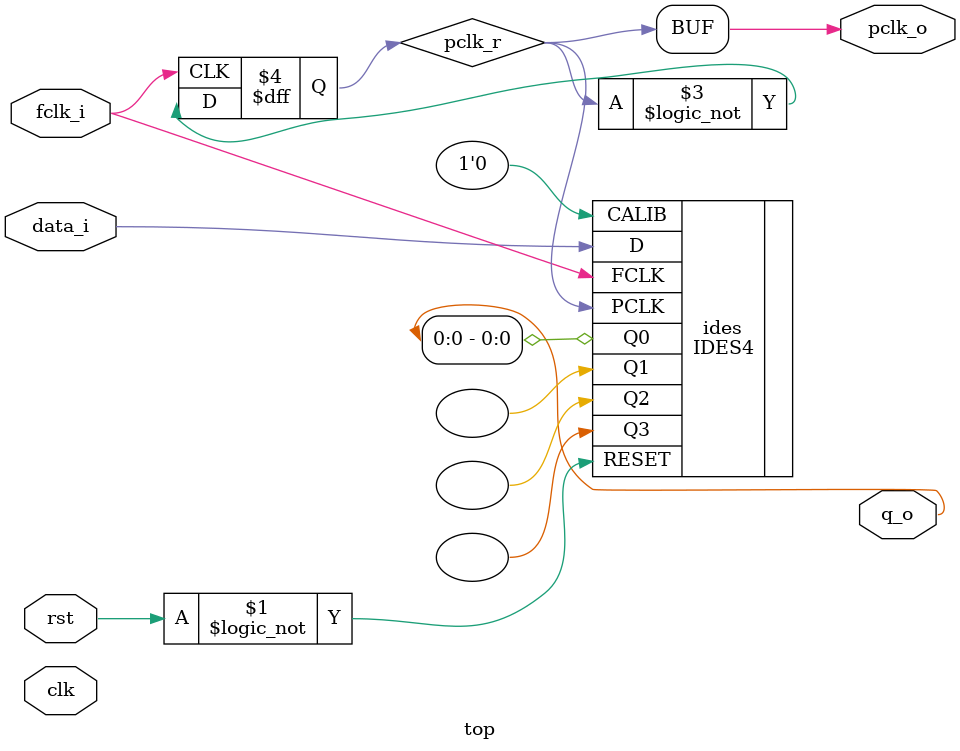
<source format=v>
`default_nettype none
module top(input wire clk, 
	input wire rst, 
	input wire fclk_i,
	input wire data_i,
	output wire pclk_o,
	output wire [7:0]q_o);

    IDES4 ides(
        .D(data_i),
		.FCLK(fclk_i),
		.PCLK(pclk_o),
		.CALIB(1'b0),
		.RESET(!rst),
        .Q0(q_o[0]),
        .Q1(),
        .Q2(),
        .Q3()
    );
	defparam ides.GSREN="false";
	defparam ides.LSREN="true";

    reg pclk_r;
    always @(posedge fclk_i) begin
        pclk_r <= !pclk_r;
    end
	assign pclk_o = pclk_r;

endmodule

</source>
